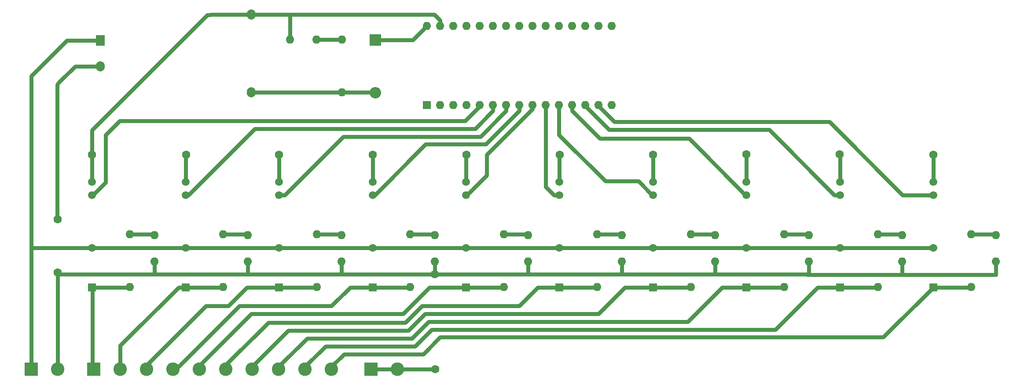
<source format=gbr>
%TF.GenerationSoftware,KiCad,Pcbnew,8.0.7*%
%TF.CreationDate,2025-02-15T17:39:48+06:00*%
%TF.ProjectId,arduino_plc,61726475-696e-46f5-9f70-6c632e6b6963,rev?*%
%TF.SameCoordinates,Original*%
%TF.FileFunction,Copper,L2,Bot*%
%TF.FilePolarity,Positive*%
%FSLAX46Y46*%
G04 Gerber Fmt 4.6, Leading zero omitted, Abs format (unit mm)*
G04 Created by KiCad (PCBNEW 8.0.7) date 2025-02-15 17:39:48*
%MOMM*%
%LPD*%
G01*
G04 APERTURE LIST*
%TA.AperFunction,ComponentPad*%
%ADD10R,1.600000X1.600000*%
%TD*%
%TA.AperFunction,ComponentPad*%
%ADD11O,1.600000X1.600000*%
%TD*%
%TA.AperFunction,ComponentPad*%
%ADD12R,1.508000X1.508000*%
%TD*%
%TA.AperFunction,ComponentPad*%
%ADD13C,1.508000*%
%TD*%
%TA.AperFunction,ComponentPad*%
%ADD14R,1.700000X2.000000*%
%TD*%
%TA.AperFunction,ComponentPad*%
%ADD15O,1.700000X2.000000*%
%TD*%
%TA.AperFunction,ComponentPad*%
%ADD16R,2.600000X2.600000*%
%TD*%
%TA.AperFunction,ComponentPad*%
%ADD17C,2.600000*%
%TD*%
%TA.AperFunction,ComponentPad*%
%ADD18R,2.200000X2.200000*%
%TD*%
%TA.AperFunction,ComponentPad*%
%ADD19O,2.200000X2.200000*%
%TD*%
%TA.AperFunction,ViaPad*%
%ADD20C,1.600000*%
%TD*%
%TA.AperFunction,Conductor*%
%ADD21C,0.760000*%
%TD*%
G04 APERTURE END LIST*
D10*
%TO.P,A1,1,D1/TX*%
%TO.N,unconnected-(A1-D1{slash}TX-Pad1)*%
X144152500Y-63842500D03*
D11*
%TO.P,A1,2,D0/RX*%
%TO.N,unconnected-(A1-D0{slash}RX-Pad2)*%
X146692500Y-63842500D03*
%TO.P,A1,3,~{RESET}*%
%TO.N,unconnected-(A1-~{RESET}-Pad3)*%
X149232500Y-63842500D03*
%TO.P,A1,4,GND*%
%TO.N,N/C*%
X151772500Y-63842500D03*
%TO.P,A1,5,D2*%
%TO.N,2*%
X154312500Y-63842500D03*
%TO.P,A1,6,D3*%
%TO.N,3*%
X156852500Y-63842500D03*
%TO.P,A1,7,D4*%
%TO.N,4*%
X159392500Y-63842500D03*
%TO.P,A1,8,D5*%
%TO.N,5*%
X161932500Y-63842500D03*
%TO.P,A1,9,D6*%
%TO.N,6*%
X164472500Y-63842500D03*
%TO.P,A1,10,D7*%
%TO.N,7*%
X167012500Y-63842500D03*
%TO.P,A1,11,D8*%
%TO.N,8*%
X169552500Y-63842500D03*
%TO.P,A1,12,D9*%
%TO.N,9*%
X172092500Y-63842500D03*
%TO.P,A1,13,D10*%
%TO.N,10*%
X174632500Y-63842500D03*
%TO.P,A1,14,D11*%
%TO.N,11*%
X177172500Y-63842500D03*
%TO.P,A1,15,D12*%
%TO.N,unconnected-(A1-D12-Pad15)*%
X179712500Y-63842500D03*
%TO.P,A1,16,D13*%
%TO.N,unconnected-(A1-D13-Pad16)*%
X179712500Y-48602500D03*
%TO.P,A1,17,3V3*%
%TO.N,unconnected-(A1-3V3-Pad17)*%
X177172500Y-48602500D03*
%TO.P,A1,18,AREF*%
%TO.N,unconnected-(A1-AREF-Pad18)*%
X174632500Y-48602500D03*
%TO.P,A1,19,A0*%
%TO.N,unconnected-(A1-A0-Pad19)*%
X172092500Y-48602500D03*
%TO.P,A1,20,A1*%
%TO.N,unconnected-(A1-A1-Pad20)*%
X169552500Y-48602500D03*
%TO.P,A1,21,A2*%
%TO.N,unconnected-(A1-A2-Pad21)*%
X167012500Y-48602500D03*
%TO.P,A1,22,A3*%
%TO.N,unconnected-(A1-A3-Pad22)*%
X164472500Y-48602500D03*
%TO.P,A1,23,A4*%
%TO.N,unconnected-(A1-A4-Pad23)*%
X161932500Y-48602500D03*
%TO.P,A1,24,A5*%
%TO.N,unconnected-(A1-A5-Pad24)*%
X159392500Y-48602500D03*
%TO.P,A1,25,A6*%
%TO.N,unconnected-(A1-A6-Pad25)*%
X156852500Y-48602500D03*
%TO.P,A1,26,A7*%
%TO.N,unconnected-(A1-A7-Pad26)*%
X154312500Y-48602500D03*
%TO.P,A1,27,+5V*%
%TO.N,unconnected-(A1-+5V-Pad27)*%
X151772500Y-48602500D03*
%TO.P,A1,28,~{RESET}*%
%TO.N,unconnected-(A1-~{RESET}-Pad28)*%
X149232500Y-48602500D03*
%TO.P,A1,29,GND*%
%TO.N,GND*%
X146692500Y-48602500D03*
%TO.P,A1,30,VIN*%
%TO.N,VCC*%
X144152500Y-48602500D03*
%TD*%
D12*
%TO.P,K5,1*%
%TO.N,Net-(J5-Pin_2)*%
X151699164Y-98940000D03*
D13*
%TO.P,K5,2*%
%TO.N,AC*%
X151699164Y-91320000D03*
%TO.P,K5,3*%
%TO.N,6*%
X151699164Y-81160000D03*
%TO.P,K5,4*%
%TO.N,GND*%
X151699164Y-78620000D03*
%TD*%
D12*
%TO.P,K6,1*%
%TO.N,Net-(J6-Pin_2)*%
X169685830Y-98940000D03*
D13*
%TO.P,K6,2*%
%TO.N,AC*%
X169685830Y-91320000D03*
%TO.P,K6,3*%
%TO.N,7*%
X169685830Y-81160000D03*
%TO.P,K6,4*%
%TO.N,GND*%
X169685830Y-78620000D03*
%TD*%
D14*
%TO.P,PS1,1,AC/L*%
%TO.N,AC*%
X81345000Y-51372500D03*
D15*
%TO.P,PS1,2,AC/N*%
%TO.N,NEUT*%
X81345000Y-56372500D03*
%TO.P,PS1,3,-Vout*%
%TO.N,GND*%
X110425000Y-46372500D03*
%TO.P,PS1,4,+Vout*%
%TO.N,Net-(D1-A)*%
X110425000Y-61372500D03*
%TD*%
D11*
%TO.P,U9,1*%
%TO.N,NEUT*%
X217636662Y-93950000D03*
%TO.P,U9,2*%
%TO.N,Net-(R9-Pad2)*%
X217636662Y-88870000D03*
%TD*%
D12*
%TO.P,K8,1*%
%TO.N,Net-(J8-Pin_2)*%
X205659162Y-98940000D03*
D13*
%TO.P,K8,2*%
%TO.N,AC*%
X205659162Y-91320000D03*
%TO.P,K8,3*%
%TO.N,9*%
X205659162Y-81160000D03*
%TO.P,K8,4*%
%TO.N,GND*%
X205659162Y-78620000D03*
%TD*%
D12*
%TO.P,K10,1*%
%TO.N,Net-(J10-Pin_2)*%
X241632500Y-98940000D03*
D13*
%TO.P,K10,2*%
%TO.N,AC*%
X241632500Y-91320000D03*
%TO.P,K10,3*%
%TO.N,11*%
X241632500Y-81160000D03*
%TO.P,K10,4*%
%TO.N,GND*%
X241632500Y-78620000D03*
%TD*%
D11*
%TO.P,R7,1*%
%TO.N,Net-(J6-Pin_2)*%
X176953329Y-98920000D03*
%TO.P,R7,2*%
%TO.N,Net-(R7-Pad2)*%
X176953329Y-88760000D03*
%TD*%
%TO.P,U4,1*%
%TO.N,NEUT*%
X127703332Y-93950000D03*
%TO.P,U4,2*%
%TO.N,Net-(R4-Pad2)*%
X127703332Y-88870000D03*
%TD*%
D12*
%TO.P,K9,1*%
%TO.N,Net-(J9-Pin_2)*%
X223645828Y-98940000D03*
D13*
%TO.P,K9,2*%
%TO.N,AC*%
X223645828Y-91320000D03*
%TO.P,K9,3*%
%TO.N,10*%
X223645828Y-81160000D03*
%TO.P,K9,4*%
%TO.N,GND*%
X223645828Y-78620000D03*
%TD*%
D11*
%TO.P,U11,1*%
%TO.N,NEUT*%
X253610000Y-93950000D03*
%TO.P,U11,2*%
%TO.N,Net-(R11-Pad2)*%
X253610000Y-88870000D03*
%TD*%
D16*
%TO.P,REF\u002A\u002A,1*%
%TO.N,NEUT*%
X133432500Y-114710000D03*
D17*
%TO.P,REF\u002A\u002A,2*%
X138512500Y-114710000D03*
%TD*%
D11*
%TO.P,R2,1*%
%TO.N,Net-(J1-Pin_2)*%
X87020000Y-98920000D03*
%TO.P,R2,2*%
%TO.N,Net-(R2-Pad2)*%
X87020000Y-88760000D03*
%TD*%
%TO.P,U3,1*%
%TO.N,NEUT*%
X109716666Y-93950000D03*
%TO.P,U3,2*%
%TO.N,Net-(R3-Pad2)*%
X109716666Y-88870000D03*
%TD*%
%TO.P,U1,1*%
%TO.N,GND*%
X117852500Y-51190000D03*
%TO.P,U1,2*%
%TO.N,Net-(R1-Pad2)*%
X122932500Y-51190000D03*
%TD*%
D12*
%TO.P,K2,1*%
%TO.N,Net-(J2-Pin_2)*%
X97739166Y-98940000D03*
D13*
%TO.P,K2,2*%
%TO.N,AC*%
X97739166Y-91320000D03*
%TO.P,K2,3*%
%TO.N,3*%
X97739166Y-81160000D03*
%TO.P,K2,4*%
%TO.N,GND*%
X97739166Y-78620000D03*
%TD*%
D12*
%TO.P,K3,1*%
%TO.N,Net-(J3-Pin_2)*%
X115725832Y-98940000D03*
D13*
%TO.P,K3,2*%
%TO.N,AC*%
X115725832Y-91320000D03*
%TO.P,K3,3*%
%TO.N,4*%
X115725832Y-81160000D03*
%TO.P,K3,4*%
%TO.N,GND*%
X115725832Y-78620000D03*
%TD*%
D11*
%TO.P,R9,1*%
%TO.N,Net-(J8-Pin_2)*%
X212926661Y-98920000D03*
%TO.P,R9,2*%
%TO.N,Net-(R9-Pad2)*%
X212926661Y-88760000D03*
%TD*%
%TO.P,U2,1*%
%TO.N,NEUT*%
X91730000Y-93950000D03*
%TO.P,U2,2*%
%TO.N,Net-(R2-Pad2)*%
X91730000Y-88870000D03*
%TD*%
%TO.P,R4,1*%
%TO.N,Net-(J3-Pin_2)*%
X122993331Y-98920000D03*
%TO.P,R4,2*%
%TO.N,Net-(R4-Pad2)*%
X122993331Y-88760000D03*
%TD*%
D16*
%TO.P,REF\u002A\u002A,1*%
%TO.N,Net-(J1-Pin_2)*%
X80072500Y-114710000D03*
D17*
%TO.P,REF\u002A\u002A,2*%
%TO.N,Net-(J2-Pin_2)*%
X85152500Y-114710000D03*
%TO.P,REF\u002A\u002A,3*%
%TO.N,Net-(J3-Pin_2)*%
X90232500Y-114710000D03*
%TO.P,REF\u002A\u002A,4*%
%TO.N,Net-(J4-Pin_2)*%
X95312500Y-114710000D03*
%TO.P,REF\u002A\u002A,5*%
%TO.N,Net-(J5-Pin_2)*%
X100392500Y-114710000D03*
%TO.P,REF\u002A\u002A,6*%
%TO.N,Net-(J6-Pin_2)*%
X105472500Y-114710000D03*
%TO.P,REF\u002A\u002A,7*%
%TO.N,Net-(J7-Pin_2)*%
X110552500Y-114710000D03*
%TO.P,REF\u002A\u002A,8*%
%TO.N,Net-(J8-Pin_2)*%
X115632500Y-114710000D03*
%TO.P,REF\u002A\u002A,9*%
%TO.N,Net-(J9-Pin_2)*%
X120712500Y-114710000D03*
%TO.P,REF\u002A\u002A,10*%
%TO.N,Net-(J10-Pin_2)*%
X125792500Y-114710000D03*
%TD*%
D11*
%TO.P,R1,1*%
%TO.N,Net-(D1-A)*%
X127832500Y-61425000D03*
%TO.P,R1,2*%
%TO.N,Net-(R1-Pad2)*%
X127832500Y-51265000D03*
%TD*%
D12*
%TO.P,K4,1*%
%TO.N,Net-(J4-Pin_2)*%
X133712498Y-98940000D03*
D13*
%TO.P,K4,2*%
%TO.N,AC*%
X133712498Y-91320000D03*
%TO.P,K4,3*%
%TO.N,5*%
X133712498Y-81160000D03*
%TO.P,K4,4*%
%TO.N,GND*%
X133712498Y-78620000D03*
%TD*%
D11*
%TO.P,R8,1*%
%TO.N,Net-(J7-Pin_2)*%
X194939995Y-98920000D03*
%TO.P,R8,2*%
%TO.N,Net-(R8-Pad2)*%
X194939995Y-88760000D03*
%TD*%
D12*
%TO.P,K1,1*%
%TO.N,Net-(J1-Pin_2)*%
X79752500Y-98940000D03*
D13*
%TO.P,K1,2*%
%TO.N,AC*%
X79752500Y-91320000D03*
%TO.P,K1,3*%
%TO.N,2*%
X79752500Y-81160000D03*
%TO.P,K1,4*%
%TO.N,GND*%
X79752500Y-78620000D03*
%TD*%
D11*
%TO.P,U7,1*%
%TO.N,NEUT*%
X181663330Y-93950000D03*
%TO.P,U7,2*%
%TO.N,Net-(R7-Pad2)*%
X181663330Y-88870000D03*
%TD*%
%TO.P,R5,1*%
%TO.N,Net-(J4-Pin_2)*%
X140979997Y-98920000D03*
%TO.P,R5,2*%
%TO.N,Net-(R5-Pad2)*%
X140979997Y-88760000D03*
%TD*%
D12*
%TO.P,K7,1*%
%TO.N,Net-(J7-Pin_2)*%
X187672496Y-98940000D03*
D13*
%TO.P,K7,2*%
%TO.N,AC*%
X187672496Y-91320000D03*
%TO.P,K7,3*%
%TO.N,8*%
X187672496Y-81160000D03*
%TO.P,K7,4*%
%TO.N,GND*%
X187672496Y-78620000D03*
%TD*%
D11*
%TO.P,U8,1*%
%TO.N,NEUT*%
X199649996Y-93950000D03*
%TO.P,U8,2*%
%TO.N,Net-(R8-Pad2)*%
X199649996Y-88870000D03*
%TD*%
D16*
%TO.P,REF\u002A\u002A,1*%
%TO.N,AC*%
X68032500Y-114710000D03*
D17*
%TO.P,REF\u002A\u002A,2*%
%TO.N,NEUT*%
X73112500Y-114710000D03*
%TD*%
D11*
%TO.P,U6,1*%
%TO.N,NEUT*%
X163676664Y-93950000D03*
%TO.P,U6,2*%
%TO.N,Net-(R6-Pad2)*%
X163676664Y-88870000D03*
%TD*%
D18*
%TO.P,D1,1,K*%
%TO.N,VCC*%
X134272500Y-51310000D03*
D19*
%TO.P,D1,2,A*%
%TO.N,Net-(D1-A)*%
X134272500Y-61470000D03*
%TD*%
D11*
%TO.P,R11,1*%
%TO.N,Net-(J10-Pin_2)*%
X248899999Y-98920000D03*
%TO.P,R11,2*%
%TO.N,Net-(R11-Pad2)*%
X248899999Y-88760000D03*
%TD*%
%TO.P,U5,1*%
%TO.N,NEUT*%
X145689998Y-93950000D03*
%TO.P,U5,2*%
%TO.N,Net-(R5-Pad2)*%
X145689998Y-88870000D03*
%TD*%
%TO.P,R6,1*%
%TO.N,Net-(J5-Pin_2)*%
X158966663Y-98920000D03*
%TO.P,R6,2*%
%TO.N,Net-(R6-Pad2)*%
X158966663Y-88760000D03*
%TD*%
%TO.P,R3,1*%
%TO.N,Net-(J2-Pin_2)*%
X105006665Y-98920000D03*
%TO.P,R3,2*%
%TO.N,Net-(R3-Pad2)*%
X105006665Y-88760000D03*
%TD*%
%TO.P,R10,1*%
%TO.N,Net-(J9-Pin_2)*%
X230913327Y-98920000D03*
%TO.P,R10,2*%
%TO.N,Net-(R10-Pad2)*%
X230913327Y-88760000D03*
%TD*%
%TO.P,U10,1*%
%TO.N,NEUT*%
X235623328Y-93950000D03*
%TO.P,U10,2*%
%TO.N,Net-(R10-Pad2)*%
X235623328Y-88870000D03*
%TD*%
D20*
%TO.N,GND*%
X223622500Y-73360000D03*
X151762500Y-73370000D03*
X97842500Y-73370000D03*
X169712500Y-73370000D03*
X205652500Y-73360000D03*
X241622500Y-73370000D03*
X187692500Y-73370000D03*
X79735000Y-73370000D03*
X115722500Y-73370000D03*
X133742500Y-73370000D03*
%TO.N,NEUT*%
X73102500Y-85870000D03*
X145762500Y-114750000D03*
X145662500Y-96430000D03*
X73102500Y-96060000D03*
%TD*%
D21*
%TO.N,11*%
X177172500Y-64046075D02*
X180226425Y-67100000D01*
X221602500Y-67100000D02*
X235662500Y-81160000D01*
X235662500Y-81160000D02*
X241632500Y-81160000D01*
X177172500Y-63842500D02*
X177172500Y-64046075D01*
X180226425Y-67100000D02*
X221602500Y-67100000D01*
%TO.N,2*%
X154312500Y-63842500D02*
X154312500Y-64100000D01*
X154312500Y-64100000D02*
X151552500Y-66860000D01*
X82342500Y-78708521D02*
X79891021Y-81160000D01*
X151552500Y-66860000D02*
X85042500Y-66860000D01*
X85042500Y-66860000D02*
X82342500Y-69560000D01*
X79891021Y-81160000D02*
X79752500Y-81160000D01*
X82342500Y-69560000D02*
X82342500Y-78708521D01*
%TO.N,7*%
X167012500Y-79552987D02*
X167012500Y-63842500D01*
X169824351Y-81160000D02*
X169685830Y-81160000D01*
X168619513Y-81160000D02*
X167012500Y-79552987D01*
X169685830Y-81160000D02*
X168619513Y-81160000D01*
%TO.N,8*%
X178502500Y-78510000D02*
X169552500Y-69560000D01*
X187672496Y-81160000D02*
X187533975Y-81160000D01*
X187811017Y-81160000D02*
X187672496Y-81160000D01*
X187533975Y-81160000D02*
X184883975Y-78510000D01*
X184883975Y-78510000D02*
X178502500Y-78510000D01*
X169552500Y-69560000D02*
X169552500Y-63842500D01*
%TO.N,5*%
X161932500Y-63842500D02*
X161932500Y-64973870D01*
X161932500Y-64973870D02*
X155486370Y-71420000D01*
X143932500Y-71420000D02*
X134192500Y-81160000D01*
X134192500Y-81160000D02*
X133712498Y-81160000D01*
X155486370Y-71420000D02*
X143932500Y-71420000D01*
%TO.N,6*%
X151699164Y-81160000D02*
X151852500Y-81160000D01*
X164472500Y-64583474D02*
X164472500Y-63842500D01*
X151852500Y-81160000D02*
X155642500Y-77370000D01*
X155642500Y-73413474D02*
X164472500Y-64583474D01*
X155642500Y-77370000D02*
X155642500Y-73413474D01*
%TO.N,VCC*%
X141445000Y-51310000D02*
X144152500Y-48602500D01*
X134272500Y-51310000D02*
X141445000Y-51310000D01*
%TO.N,9*%
X177418630Y-70300000D02*
X194632500Y-70300000D01*
X172092500Y-63842500D02*
X172092500Y-64973870D01*
X194632500Y-70300000D02*
X205492500Y-81160000D01*
X205797683Y-81160000D02*
X205659162Y-81160000D01*
X172092500Y-64973870D02*
X177418630Y-70300000D01*
X205492500Y-81160000D02*
X205659162Y-81160000D01*
%TO.N,10*%
X174632500Y-64046075D02*
X179206425Y-68620000D01*
X174632500Y-63842500D02*
X174632500Y-64046075D01*
X210039511Y-68620000D02*
X222579511Y-81160000D01*
X222579511Y-81160000D02*
X223645828Y-81160000D01*
X179206425Y-68620000D02*
X210039511Y-68620000D01*
%TO.N,4*%
X159392500Y-63842500D02*
X159392500Y-64973870D01*
X154466370Y-69900000D02*
X128052149Y-69900000D01*
X116792149Y-81160000D02*
X115725832Y-81160000D01*
X159392500Y-64973870D02*
X154466370Y-69900000D01*
X128052149Y-69900000D02*
X116792149Y-81160000D01*
%TO.N,3*%
X156852500Y-64973870D02*
X153446370Y-68380000D01*
X156852500Y-63842500D02*
X156852500Y-64973870D01*
X153446370Y-68380000D02*
X111042500Y-68380000D01*
X98262500Y-81160000D02*
X97739166Y-81160000D01*
X111042500Y-68380000D02*
X98262500Y-81160000D01*
%TO.N,GND*%
X169685830Y-78620000D02*
X169685830Y-73396670D01*
X102412500Y-46460000D02*
X102500000Y-46372500D01*
X205659162Y-73366662D02*
X205652500Y-73360000D01*
X117862500Y-46380000D02*
X117855000Y-46372500D01*
X241632500Y-73450000D02*
X241622500Y-73440000D01*
X205659162Y-78620000D02*
X205659162Y-73366662D01*
X79735000Y-78630000D02*
X79735000Y-68647500D01*
X223645828Y-78620000D02*
X223645828Y-73383328D01*
X102500000Y-46372500D02*
X110425000Y-46372500D01*
X117855000Y-46372500D02*
X110425000Y-46372500D01*
X169685830Y-73396670D02*
X169712500Y-73370000D01*
X146692500Y-47471130D02*
X145611370Y-46390000D01*
X97739166Y-73473334D02*
X97842500Y-73370000D01*
X133712498Y-78620000D02*
X133712498Y-73400002D01*
X223645828Y-73383328D02*
X223622500Y-73360000D01*
X117852500Y-51190000D02*
X117852500Y-46390000D01*
X133712498Y-73400002D02*
X133742500Y-73370000D01*
X151699164Y-73433336D02*
X151762500Y-73370000D01*
X187672496Y-73390004D02*
X187692500Y-73370000D01*
X101922500Y-46460000D02*
X102412500Y-46460000D01*
X241632500Y-78620000D02*
X241632500Y-73450000D01*
X145611370Y-46390000D02*
X117852500Y-46390000D01*
X146692500Y-48602500D02*
X146692500Y-47471130D01*
X115725832Y-73373332D02*
X115722500Y-73370000D01*
X151699164Y-78620000D02*
X151699164Y-73433336D01*
X187672496Y-78620000D02*
X187672496Y-73390004D01*
X97739166Y-78620000D02*
X97739166Y-73473334D01*
X117852500Y-46390000D02*
X117862500Y-46380000D01*
X79735000Y-68647500D02*
X101922500Y-46460000D01*
X115725832Y-78620000D02*
X115725832Y-73373332D01*
%TO.N,Net-(D1-A)*%
X127832500Y-61425000D02*
X134227500Y-61425000D01*
X134227500Y-61425000D02*
X134272500Y-61470000D01*
X110425000Y-61372500D02*
X127780000Y-61372500D01*
X127780000Y-61372500D02*
X127832500Y-61425000D01*
%TO.N,Net-(J1-Pin_2)*%
X80082500Y-114230000D02*
X79812500Y-113960000D01*
X79812500Y-113960000D02*
X79812500Y-99000000D01*
X79812500Y-99000000D02*
X79752500Y-98940000D01*
X79752500Y-98940000D02*
X87000000Y-98940000D01*
X87000000Y-98940000D02*
X87020000Y-98920000D01*
%TO.N,AC*%
X187672496Y-91320000D02*
X205659162Y-91320000D01*
X68022500Y-58220000D02*
X74870000Y-51372500D01*
X222790000Y-91320000D02*
X241632500Y-91320000D01*
X222790000Y-91320000D02*
X223645828Y-91320000D01*
X74870000Y-51372500D02*
X81345000Y-51372500D01*
X115725832Y-91320000D02*
X133712498Y-91320000D01*
X68022500Y-114360000D02*
X68022500Y-91400000D01*
X151699164Y-91320000D02*
X169685830Y-91320000D01*
X79735000Y-91330000D02*
X68022500Y-91330000D01*
X97739166Y-91320000D02*
X115725832Y-91320000D01*
X169685830Y-91320000D02*
X187672496Y-91320000D01*
X205659162Y-91320000D02*
X222790000Y-91320000D01*
X79752500Y-91320000D02*
X97739166Y-91320000D01*
X68032500Y-114370000D02*
X68022500Y-114360000D01*
X133712498Y-91320000D02*
X151699164Y-91320000D01*
X68022500Y-91330000D02*
X68022500Y-58220000D01*
%TO.N,Net-(J2-Pin_2)*%
X96372500Y-98940000D02*
X97739166Y-98940000D01*
X85162500Y-110150000D02*
X96372500Y-98940000D01*
X85162500Y-114230000D02*
X85162500Y-110150000D01*
X104986666Y-98940000D02*
X105006666Y-98920000D01*
X97739166Y-98940000D02*
X104986666Y-98940000D01*
%TO.N,Net-(J3-Pin_2)*%
X90242500Y-113990000D02*
X101692500Y-102540000D01*
X101692500Y-102540000D02*
X105962500Y-102540000D01*
X115725832Y-98940000D02*
X122973332Y-98940000D01*
X105962500Y-102540000D02*
X109562500Y-98940000D01*
X122973332Y-98940000D02*
X122993332Y-98920000D01*
X109562500Y-98940000D02*
X115725832Y-98940000D01*
X90242500Y-114230000D02*
X90242500Y-113990000D01*
%TO.N,Net-(J4-Pin_2)*%
X96422104Y-114230000D02*
X95322500Y-114230000D01*
X133712498Y-98940000D02*
X140959998Y-98940000D01*
X140959998Y-98940000D02*
X140979998Y-98920000D01*
X125822500Y-102540000D02*
X108112104Y-102540000D01*
X133712498Y-98940000D02*
X129422500Y-98940000D01*
X129422500Y-98940000D02*
X125822500Y-102540000D01*
X108112104Y-102540000D02*
X96422104Y-114230000D01*
%TO.N,Net-(J5-Pin_2)*%
X144632500Y-98940000D02*
X151699164Y-98940000D01*
X100402500Y-114230000D02*
X100402500Y-114070000D01*
X126452105Y-104060000D02*
X126492105Y-104020000D01*
X126492105Y-104020000D02*
X139552500Y-104020000D01*
X151699164Y-98940000D02*
X158946664Y-98940000D01*
X110412500Y-104060000D02*
X126452105Y-104060000D01*
X139552500Y-104020000D02*
X144632500Y-98940000D01*
X100402500Y-114070000D02*
X110412500Y-104060000D01*
%TO.N,Net-(J6-Pin_2)*%
X105482500Y-113920000D02*
X113672500Y-105730000D01*
X169685830Y-98940000D02*
X176933330Y-98940000D01*
X143212104Y-102510000D02*
X161942500Y-102510000D01*
X176933330Y-98940000D02*
X176953330Y-98920000D01*
X161942500Y-102510000D02*
X165512500Y-98940000D01*
X139992104Y-105730000D02*
X143212104Y-102510000D01*
X165512500Y-98940000D02*
X169685830Y-98940000D01*
X105482500Y-114230000D02*
X105482500Y-113920000D01*
X113672500Y-105730000D02*
X139992104Y-105730000D01*
%TO.N,Net-(J7-Pin_2)*%
X140621708Y-107250000D02*
X143841708Y-104030000D01*
X187672496Y-98940000D02*
X194919996Y-98940000D01*
X182242500Y-98940000D02*
X187672496Y-98940000D01*
X117522500Y-107250000D02*
X140621708Y-107250000D01*
X177152500Y-104030000D02*
X182242500Y-98940000D01*
X110562500Y-114230000D02*
X110562500Y-114210000D01*
X110562500Y-114210000D02*
X117522500Y-107250000D01*
X194919996Y-98940000D02*
X194939996Y-98920000D01*
X143841708Y-104030000D02*
X177152500Y-104030000D01*
%TO.N,Net-(J8-Pin_2)*%
X194402500Y-105550000D02*
X201012500Y-98940000D01*
X141251313Y-108770000D02*
X144471313Y-105550000D01*
X212906662Y-98940000D02*
X212926662Y-98920000D01*
X205659162Y-98940000D02*
X212906662Y-98940000D01*
X144471313Y-105550000D02*
X194402500Y-105550000D01*
X115642500Y-114230000D02*
X121102500Y-108770000D01*
X201012500Y-98940000D02*
X205659162Y-98940000D01*
X121102500Y-108770000D02*
X141251313Y-108770000D01*
%TO.N,Net-(J9-Pin_2)*%
X141880917Y-110290000D02*
X145100917Y-107070000D01*
X223645828Y-98940000D02*
X230893328Y-98940000D01*
X120722500Y-114230000D02*
X124662500Y-110290000D01*
X145100917Y-107070000D02*
X211182500Y-107070000D01*
X211182500Y-107070000D02*
X219312500Y-98940000D01*
X219312500Y-98940000D02*
X223645828Y-98940000D01*
X124662500Y-110290000D02*
X141880917Y-110290000D01*
%TO.N,Net-(J10-Pin_2)*%
X231982500Y-108590000D02*
X241632500Y-98940000D01*
X241632500Y-98940000D02*
X248880000Y-98940000D01*
X125802500Y-114230000D02*
X128222500Y-111810000D01*
X146712104Y-108590000D02*
X231982500Y-108590000D01*
X143492104Y-111810000D02*
X146712104Y-108590000D01*
X128222500Y-111810000D02*
X143492104Y-111810000D01*
%TO.N,NEUT*%
X217286662Y-96480000D02*
X199299996Y-96480000D01*
X73472500Y-96430000D02*
X73102500Y-96060000D01*
X235623328Y-96130000D02*
X235623328Y-93950000D01*
X91730000Y-93950000D02*
X91730000Y-96287500D01*
X138512500Y-114710000D02*
X145722500Y-114710000D01*
X91730000Y-96287500D02*
X91872500Y-96430000D01*
X217636662Y-96130000D02*
X217636662Y-93950000D01*
X73102500Y-95750000D02*
X73102500Y-114360000D01*
X133432500Y-114710000D02*
X138512500Y-114710000D01*
X76500000Y-56372500D02*
X73502500Y-59370000D01*
X145662500Y-96430000D02*
X91872500Y-96430000D01*
X73012500Y-59860000D02*
X73012500Y-85900000D01*
X145689998Y-96130000D02*
X145689998Y-93950000D01*
X73152500Y-95700000D02*
X73102500Y-95750000D01*
X145722500Y-114710000D02*
X145762500Y-114750000D01*
X73102500Y-114360000D02*
X73112500Y-114370000D01*
X181663330Y-96130000D02*
X181663330Y-93950000D01*
X163676664Y-96130000D02*
X163676664Y-93950000D01*
X145712500Y-96480000D02*
X145662500Y-96430000D01*
X253610000Y-96490000D02*
X235263328Y-96490000D01*
X199299996Y-96480000D02*
X181313330Y-96480000D01*
X91872500Y-96430000D02*
X73472500Y-96430000D01*
X127703332Y-96130000D02*
X127703332Y-93950000D01*
X73502500Y-59370000D02*
X73012500Y-59860000D01*
X235263328Y-96490000D02*
X217316662Y-96490000D01*
X109716666Y-96130000D02*
X109716666Y-93950000D01*
X181313330Y-96480000D02*
X145712500Y-96480000D01*
X253610000Y-93950000D02*
X253610000Y-96490000D01*
X199649996Y-96130000D02*
X199649996Y-93950000D01*
X81345000Y-56372500D02*
X76500000Y-56372500D01*
%TO.N,Net-(R1-Pad2)*%
X127832500Y-51265000D02*
X123007500Y-51265000D01*
X123007500Y-51265000D02*
X122932500Y-51190000D01*
%TO.N,Net-(R2-Pad2)*%
X91620000Y-88760000D02*
X91730000Y-88870000D01*
X87020000Y-88760000D02*
X91620000Y-88760000D01*
%TO.N,Net-(R3-Pad2)*%
X109606666Y-88760000D02*
X109716666Y-88870000D01*
X105006666Y-88760000D02*
X109606666Y-88760000D01*
%TO.N,Net-(R4-Pad2)*%
X122993332Y-88760000D02*
X127593332Y-88760000D01*
X127593332Y-88760000D02*
X127703332Y-88870000D01*
%TO.N,Net-(R5-Pad2)*%
X145579998Y-88760000D02*
X145689998Y-88870000D01*
X140979998Y-88760000D02*
X145579998Y-88760000D01*
%TO.N,Net-(R6-Pad2)*%
X158966664Y-88760000D02*
X163566664Y-88760000D01*
%TO.N,Net-(R7-Pad2)*%
X176953330Y-88760000D02*
X181553330Y-88760000D01*
X181553330Y-88760000D02*
X181663330Y-88870000D01*
%TO.N,Net-(R8-Pad2)*%
X199539996Y-88760000D02*
X199649996Y-88870000D01*
X194939996Y-88760000D02*
X199539996Y-88760000D01*
%TO.N,Net-(R9-Pad2)*%
X217526662Y-88760000D02*
X217636662Y-88870000D01*
X212926662Y-88760000D02*
X217526662Y-88760000D01*
%TO.N,Net-(R10-Pad2)*%
X230913328Y-88760000D02*
X235513328Y-88760000D01*
%TO.N,Net-(R11-Pad2)*%
X248900000Y-88760000D02*
X253500000Y-88760000D01*
%TD*%
M02*

</source>
